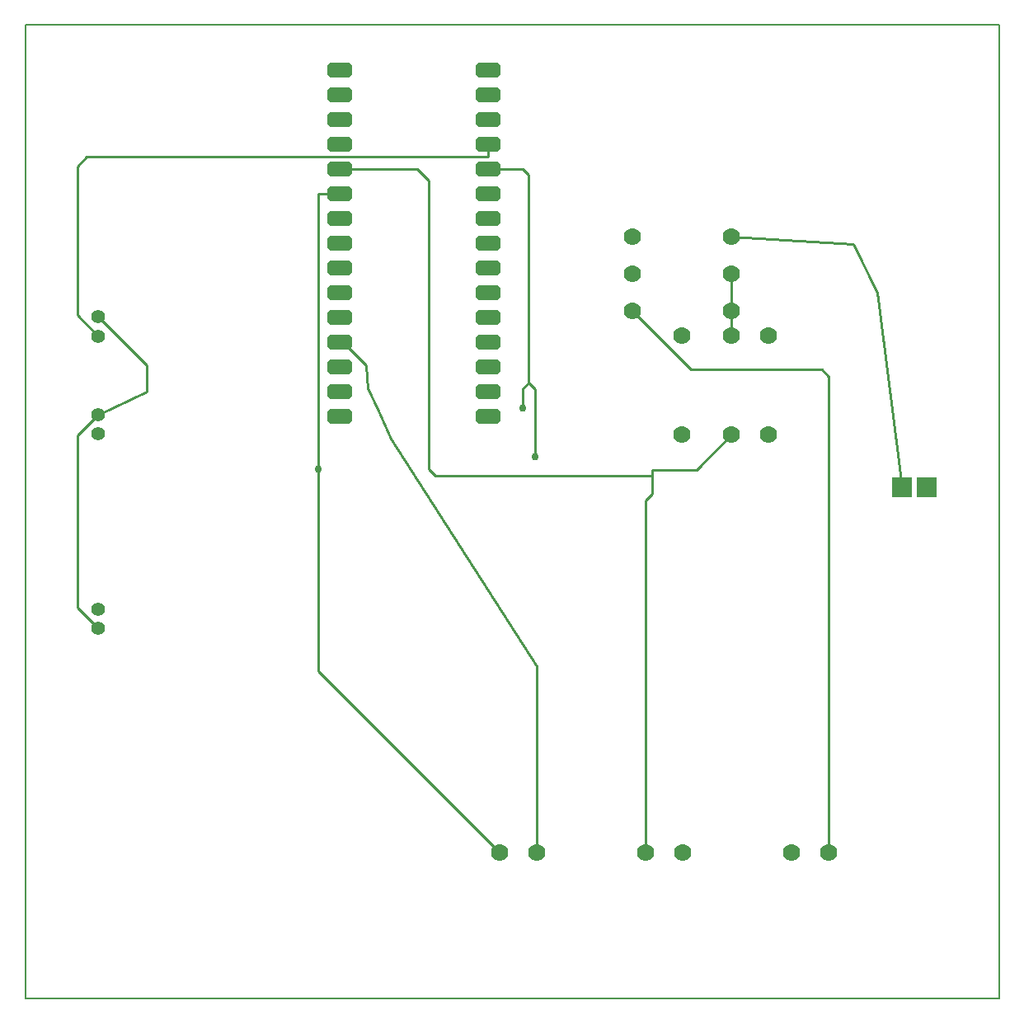
<source format=gbr>
G04 PROTEUS GERBER X2 FILE*
%TF.GenerationSoftware,Labcenter,Proteus,8.16-SP3-Build36097*%
%TF.CreationDate,2024-06-22T10:57:25+00:00*%
%TF.FileFunction,Copper,L2,Bot*%
%TF.FilePolarity,Positive*%
%TF.Part,Single*%
%TF.SameCoordinates,{46920692-e9dd-4208-b897-880813824025}*%
%FSLAX45Y45*%
%MOMM*%
G01*
%TA.AperFunction,Conductor*%
%ADD10C,0.254000*%
%TA.AperFunction,ViaPad*%
%ADD12C,0.762000*%
%AMDIL003*
4,1,8,
-1.270000,0.457200,-0.965200,0.762000,0.965200,0.762000,1.270000,0.457200,1.270000,-0.457200,
0.965200,-0.762000,-0.965200,-0.762000,-1.270000,-0.457200,-1.270000,0.457200,
0*%
%TA.AperFunction,ComponentPad*%
%ADD13DIL003*%
%TA.AperFunction,ComponentPad*%
%ADD14C,1.778000*%
%TA.AperFunction,WasherPad*%
%ADD15C,1.397000*%
%TA.AperFunction,ComponentPad*%
%ADD16R,2.032000X2.032000*%
%TA.AperFunction,Profile*%
%ADD17C,0.203200*%
%TD.AperFunction*%
D10*
X-2242000Y+686000D02*
X-2242000Y+3516000D01*
X-2024000Y+3516000D01*
X-2242000Y+686000D02*
X-2242000Y-1389000D01*
X-381000Y-3250000D01*
X+1187000Y+622500D02*
X-1041909Y+622500D01*
X-1105409Y+686000D01*
X-1105409Y+3649409D01*
X-1226000Y+3770000D01*
X-2024000Y+3770000D01*
X+1187000Y+622500D02*
X+1187000Y+432000D01*
X+1119000Y+364000D01*
X+1119000Y-3250000D01*
X+1187000Y+622500D02*
X+1187000Y+682000D01*
X+1642000Y+682000D01*
X+2000000Y+1040000D01*
X-83000Y+1575000D02*
X-83000Y+3706500D01*
X-146500Y+3770000D01*
X-500000Y+3770000D01*
X-83000Y+1575000D02*
X-19500Y+1511500D01*
X-19500Y+813000D01*
X-146500Y+1448000D02*
X-146500Y+1511500D01*
X-83000Y+1575000D01*
X-146500Y+1317000D02*
X-146500Y+1448000D01*
X-500000Y+4024000D02*
X-500000Y+3897000D01*
X-4619000Y+3897000D01*
X-4718500Y+3797500D01*
X-4718500Y+2268500D01*
X-4500000Y+2050000D01*
X+2000000Y+2310000D02*
X+2000000Y+2691000D01*
X+2000000Y+2310000D02*
X+2000000Y+2056000D01*
X-4500000Y+1250000D02*
X-4718500Y+1031500D01*
X-4718500Y-731500D01*
X-4500000Y-950000D01*
X+984000Y+2310000D02*
X+1583545Y+1710455D01*
X+2928045Y+1710455D01*
X+3000000Y+1638500D01*
X+3000000Y-3250000D01*
X+3750000Y+500000D02*
X+3500000Y+2500000D01*
X+3250000Y+3000000D01*
X+2000000Y+3072000D01*
X-1635655Y+1301455D02*
X-1635655Y+1301456D01*
X-1750000Y+1750000D02*
X-1915800Y+1915800D01*
X-2024000Y+1992000D01*
X-1992000Y+1992000D01*
X-1915800Y+1915800D01*
X-1750000Y+1750000D02*
X-1734000Y+1520000D01*
X-1635655Y+1301456D01*
X-1635655Y+1301455D02*
X-1500000Y+1000000D01*
X+0Y-1338000D01*
X+0Y-3250000D01*
X-4500000Y+2250000D02*
X-4000000Y+1750000D01*
X-4000000Y+1484000D01*
X-4500000Y+1250000D01*
D12*
X-19500Y+813000D03*
X-2242000Y+686000D03*
X-146500Y+1317000D03*
D13*
X-500000Y+1230000D03*
X-500000Y+1484000D03*
X-500000Y+1738000D03*
X-500000Y+1992000D03*
X-500000Y+2246000D03*
X-500000Y+2500000D03*
X-500000Y+2754000D03*
X-500000Y+3008000D03*
X-500000Y+3262000D03*
X-500000Y+3516000D03*
X-500000Y+3770000D03*
X-500000Y+4024000D03*
X-500000Y+4278000D03*
X-500000Y+4532000D03*
X-500000Y+4786000D03*
X-2024000Y+4786000D03*
X-2024000Y+4532000D03*
X-2024000Y+4278000D03*
X-2024000Y+4024000D03*
X-2024000Y+3770000D03*
X-2024000Y+3516000D03*
X-2024000Y+3262000D03*
X-2024000Y+3008000D03*
X-2024000Y+2754000D03*
X-2024000Y+2500000D03*
X-2024000Y+2246000D03*
X-2024000Y+1992000D03*
X-2024000Y+1738000D03*
X-2024000Y+1484000D03*
X-2024000Y+1230000D03*
D14*
X+3000000Y-3250000D03*
X+2619000Y-3250000D03*
X+1119000Y-3250000D03*
X+1500000Y-3250000D03*
X-381000Y-3250000D03*
X+0Y-3250000D03*
D15*
X-4500000Y-950000D03*
X-4500000Y-750000D03*
X-4500000Y+1050000D03*
X-4500000Y+1250000D03*
X-4500000Y+2050000D03*
X-4500000Y+2250000D03*
D16*
X+3750000Y+500000D03*
X+4004000Y+500000D03*
D14*
X+984000Y+2310000D03*
X+2000000Y+2310000D03*
X+2000000Y+1040000D03*
X+2000000Y+2056000D03*
X+1492000Y+1040000D03*
X+1492000Y+2056000D03*
X+984000Y+3072000D03*
X+2000000Y+3072000D03*
X+984000Y+2691000D03*
X+2000000Y+2691000D03*
X+2381000Y+1040000D03*
X+2381000Y+2056000D03*
D17*
X-5250000Y-4750000D02*
X+4750000Y-4750000D01*
X+4750000Y+5250000D01*
X-5250000Y+5250000D01*
X-5250000Y-4750000D01*
M02*

</source>
